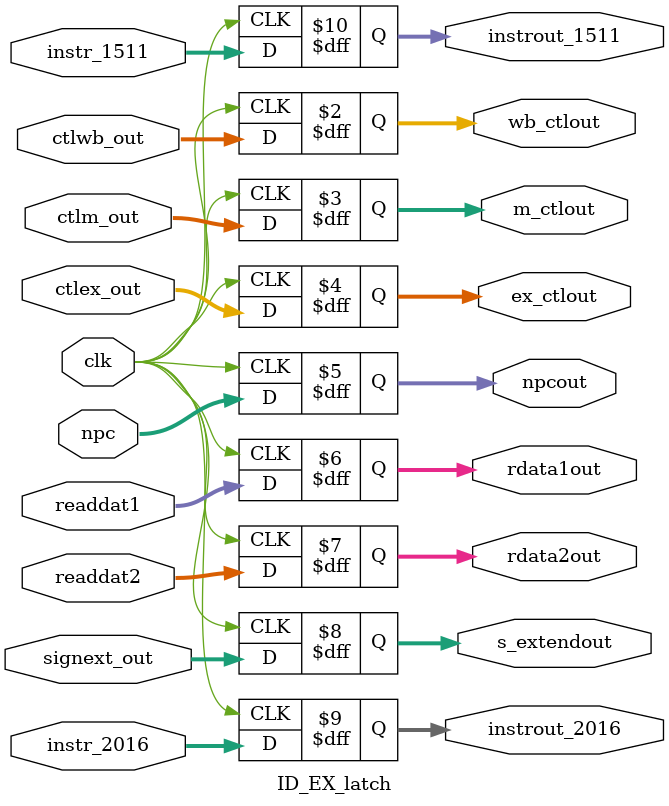
<source format=v>
`timescale 1ns / 1ps
module ID_EX_latch(
	input clk,
	input wire [1:0] ctlwb_out,
	input wire [2:0] ctlm_out,
	input wire [3:0] ctlex_out,
	input wire [31:0] npc,
	input wire [31:0] readdat1, readdat2,
	input wire [31:0] signext_out,
	input wire [4:0] instr_2016,
	input wire [4:0] instr_1511,
	output reg [1:0] wb_ctlout,
	output reg [2:0] m_ctlout,
	output reg [3:0] ex_ctlout,
	output reg [31:0] npcout,
	output reg [31:0] rdata1out, rdata2out,
	output reg [31:0] s_extendout,
	output reg [4:0] instrout_2016,
	output reg [4:0] instrout_1511
    );
always @ (posedge clk) begin
	wb_ctlout <= ctlwb_out;
	m_ctlout <= ctlm_out;
	ex_ctlout <= ctlex_out;
	npcout <= npc;
	rdata1out <= readdat1;
	rdata2out <= readdat2;
	s_extendout <= signext_out;
	instrout_2016 <= instr_2016;
	instrout_1511 <= instr_1511;
end
endmodule

</source>
